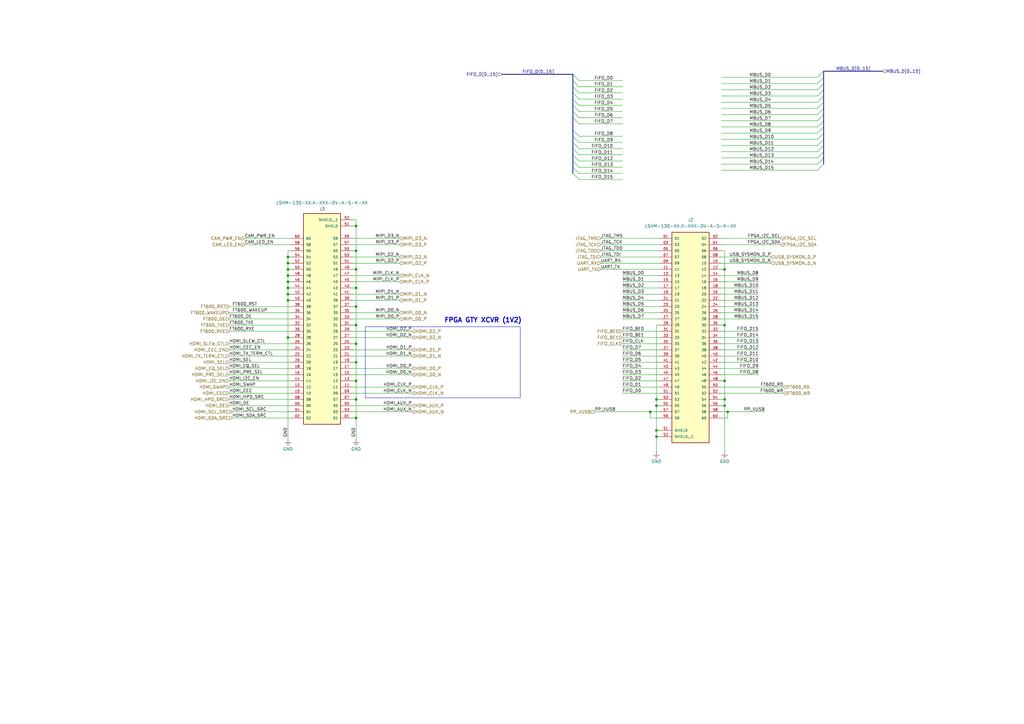
<source format=kicad_sch>
(kicad_sch (version 20231120) (generator "eeschema") (generator_version "8.0")
  (paper "A3")
  (title_block (title "Board to Board Connectors") (date "2024-07-14") (rev "1.0") (company "Drexel University") (comment 1 "Designed by John Hofmeyr"))
  (lib_symbols
    (symbol "IO_Module:LSHM-130-XX.X-XXX-DV-A-S-K-XX" (pin_names (offset 1.016))
      (property "Reference" "J" (at -7.62 43.942 0))
      (property "Value" "LSHM-130-XX.X-XXX-DV-A-S-K-XX" (at -7.62 -45.72 0))
      (symbol "LSHM-130-XX.X-XXX-DV-A-S-K-XX_0_0"
        (rectangle (start -7.62 -43.18) (end 7.62 43.18) (stroke (width 0.254)) (fill (type background)))
        (pin passive line (at -12.7 40.64 0) (length 5.08) (name "01") (number "01"))
        (pin passive line (at 12.7 40.64 180) (length 5.08) (name "02") (number "02"))
        (pin passive line (at -12.7 38.1 0) (length 5.08) (name "03") (number "03"))
        (pin passive line (at 12.7 38.1 180) (length 5.08) (name "04") (number "04"))
        (pin passive line (at -12.7 35.56 0) (length 5.08) (name "05") (number "05"))
        (pin passive line (at 12.7 35.56 180) (length 5.08) (name "06") (number "06"))
        (pin passive line (at -12.7 33.02 0) (length 5.08) (name "07") (number "07"))
        (pin passive line (at 12.7 33.02 180) (length 5.08) (name "08") (number "08"))
        (pin passive line (at -12.7 30.48 0) (length 5.08) (name "09") (number "09"))
        (pin passive line (at 12.7 30.48 180) (length 5.08) (name "10") (number "10"))
        (pin passive line (at -12.7 27.94 0) (length 5.08) (name "11") (number "11"))
        (pin passive line (at 12.7 27.94 180) (length 5.08) (name "12") (number "12"))
        (pin passive line (at -12.7 25.4 0) (length 5.08) (name "13") (number "13"))
        (pin passive line (at 12.7 25.4 180) (length 5.08) (name "14") (number "14"))
        (pin passive line (at -12.7 22.86 0) (length 5.08) (name "15") (number "15"))
        (pin passive line (at 12.7 22.86 180) (length 5.08) (name "16") (number "16"))
        (pin passive line (at -12.7 20.32 0) (length 5.08) (name "17") (number "17"))
        (pin passive line (at 12.7 20.32 180) (length 5.08) (name "18") (number "18"))
        (pin passive line (at -12.7 17.78 0) (length 5.08) (name "19") (number "19"))
        (pin passive line (at 12.7 17.78 180) (length 5.08) (name "20") (number "20"))
        (pin passive line (at -12.7 15.24 0) (length 5.08) (name "21") (number "21"))
        (pin passive line (at 12.7 15.24 180) (length 5.08) (name "22") (number "22"))
        (pin passive line (at -12.7 12.7 0) (length 5.08) (name "23") (number "23"))
        (pin passive line (at 12.7 12.7 180) (length 5.08) (name "24") (number "24"))
        (pin passive line (at -12.7 10.16 0) (length 5.08) (name "25") (number "25"))
        (pin passive line (at 12.7 10.16 180) (length 5.08) (name "26") (number "26"))
        (pin passive line (at -12.7 7.62 0) (length 5.08) (name "27") (number "27"))
        (pin passive line (at 12.7 7.62 180) (length 5.08) (name "28") (number "28"))
        (pin passive line (at -12.7 5.08 0) (length 5.08) (name "29") (number "29"))
        (pin passive line (at 12.7 5.08 180) (length 5.08) (name "30") (number "30"))
        (pin passive line (at -12.7 2.54 0) (length 5.08) (name "31") (number "31"))
        (pin passive line (at 12.7 2.54 180) (length 5.08) (name "32") (number "32"))
        (pin passive line (at -12.7 0 0) (length 5.08) (name "33") (number "33"))
        (pin passive line (at 12.7 0 180) (length 5.08) (name "34") (number "34"))
        (pin passive line (at -12.7 -2.54 0) (length 5.08) (name "35") (number "35"))
        (pin passive line (at 12.7 -2.54 180) (length 5.08) (name "36") (number "36"))
        (pin passive line (at -12.7 -5.08 0) (length 5.08) (name "37") (number "37"))
        (pin passive line (at 12.7 -5.08 180) (length 5.08) (name "38") (number "38"))
        (pin passive line (at -12.7 -7.62 0) (length 5.08) (name "39") (number "39"))
        (pin passive line (at 12.7 -7.62 180) (length 5.08) (name "40") (number "40"))
        (pin passive line (at -12.7 -10.16 0) (length 5.08) (name "41") (number "41"))
        (pin passive line (at 12.7 -10.16 180) (length 5.08) (name "42") (number "42"))
        (pin passive line (at -12.7 -12.7 0) (length 5.08) (name "43") (number "43"))
        (pin passive line (at 12.7 -12.7 180) (length 5.08) (name "44") (number "44"))
        (pin passive line (at -12.7 -15.24 0) (length 5.08) (name "45") (number "45"))
        (pin passive line (at 12.7 -15.24 180) (length 5.08) (name "46") (number "46"))
        (pin passive line (at -12.7 -17.78 0) (length 5.08) (name "47") (number "47"))
        (pin passive line (at 12.7 -17.78 180) (length 5.08) (name "48") (number "48"))
        (pin passive line (at -12.7 -20.32 0) (length 5.08) (name "49") (number "49"))
        (pin passive line (at 12.7 -20.32 180) (length 5.08) (name "50") (number "50"))
        (pin passive line (at -12.7 -22.86 0) (length 5.08) (name "51") (number "51"))
        (pin passive line (at 12.7 -22.86 180) (length 5.08) (name "52") (number "52"))
        (pin passive line (at -12.7 -25.4 0) (length 5.08) (name "53") (number "53"))
        (pin passive line (at 12.7 -25.4 180) (length 5.08) (name "54") (number "54"))
        (pin passive line (at -12.7 -27.94 0) (length 5.08) (name "55") (number "55"))
        (pin passive line (at 12.7 -27.94 180) (length 5.08) (name "56") (number "56"))
        (pin passive line (at -12.7 -30.48 0) (length 5.08) (name "57") (number "57"))
        (pin passive line (at 12.7 -30.48 180) (length 5.08) (name "58") (number "58"))
        (pin passive line (at -12.7 -33.02 0) (length 5.08) (name "59") (number "59"))
        (pin passive line (at 12.7 -33.02 180) (length 5.08) (name "60") (number "60"))
        (pin passive line (at -12.7 -38.1 0) (length 5.08) (name "SHIELD") (number "S1"))
        (pin passive line (at -12.7 -40.64 0) (length 5.08) (name "SHIELD__1") (number "S2"))
      )
    )
    (symbol "power:GND" (power) (pin_numbers hide) (pin_names (offset 0) hide)
      (property "Value" "GND" (at 0 -3.81 0))
      (symbol "GND_0_1"
        (polyline (pts (xy -0.635 -1.905) (xy 0.635 -1.905)))
        (polyline (pts (xy -0.127 -2.54) (xy 0.127 -2.54)))
        (polyline (pts (xy 0 -1.27) (xy 0 0)))
        (polyline (pts (xy 1.27 -1.27) (xy -1.27 -1.27)))
      )
      (symbol "GND_1_1"
        (pin power_in line (at 0 0 270) (length 0) (name "~") (number "1"))
      )
    )
  )
  (junction (at 118.11 123.19))
  (junction (at 118.11 105.41))
  (junction (at 118.11 120.65))
  (junction (at 269.24 179.07))
  (junction (at 118.11 113.03))
  (junction (at 146.05 163.83))
  (junction (at 297.18 110.49))
  (junction (at 118.11 107.95))
  (junction (at 146.05 125.73))
  (junction (at 146.05 140.97))
  (junction (at 297.18 133.35))
  (junction (at 118.11 115.57))
  (junction (at 146.05 156.21))
  (junction (at 146.05 118.11))
  (junction (at 146.05 102.87))
  (junction (at 146.05 110.49))
  (junction (at 298.45 168.91))
  (junction (at 146.05 92.71))
  (junction (at 118.11 110.49))
  (junction (at 146.05 171.45))
  (junction (at 297.18 166.37))
  (junction (at 118.11 118.11))
  (junction (at 269.24 163.83))
  (junction (at 118.11 138.43))
  (junction (at 146.05 148.59))
  (junction (at 269.24 176.53))
  (junction (at 266.7 168.91))
  (junction (at 297.18 163.83))
  (junction (at 146.05 133.35))
  (junction (at 297.18 156.21))
  (junction (at 269.24 166.37))
  (bus_entry (at 237.49 48.26) (size -2.54 -2.54))
  (bus_entry (at 237.49 68.58) (size -2.54 -2.54))
  (bus_entry (at 335.28 41.91) (size 2.54 -2.54))
  (bus_entry (at 237.49 60.96) (size -2.54 -2.54))
  (bus_entry (at 237.49 50.8) (size -2.54 -2.54))
  (bus_entry (at 335.28 44.45) (size 2.54 -2.54))
  (bus_entry (at 335.28 59.69) (size 2.54 -2.54))
  (bus_entry (at 237.49 45.72) (size -2.54 -2.54))
  (bus_entry (at 335.28 46.99) (size 2.54 -2.54))
  (bus_entry (at 335.28 39.37) (size 2.54 -2.54))
  (bus_entry (at 335.28 69.85) (size 2.54 -2.54))
  (bus_entry (at 335.28 52.07) (size 2.54 -2.54))
  (bus_entry (at 237.49 43.18) (size -2.54 -2.54))
  (bus_entry (at 237.49 71.12) (size -2.54 -2.54))
  (bus_entry (at 335.28 64.77) (size 2.54 -2.54))
  (bus_entry (at 237.49 73.66) (size -2.54 -2.54))
  (bus_entry (at 237.49 38.1) (size -2.54 -2.54))
  (bus_entry (at 237.49 40.64) (size -2.54 -2.54))
  (bus_entry (at 237.49 33.02) (size -2.54 -2.54))
  (bus_entry (at 237.49 66.04) (size -2.54 -2.54))
  (bus_entry (at 237.49 63.5) (size -2.54 -2.54))
  (bus_entry (at 335.28 62.23) (size 2.54 -2.54))
  (bus_entry (at 335.28 49.53) (size 2.54 -2.54))
  (bus_entry (at 335.28 54.61) (size 2.54 -2.54))
  (bus_entry (at 237.49 58.42) (size -2.54 -2.54))
  (bus_entry (at 335.28 67.31) (size 2.54 -2.54))
  (bus_entry (at 335.28 36.83) (size 2.54 -2.54))
  (bus_entry (at 237.49 55.88) (size -2.54 -2.54))
  (bus_entry (at 237.49 35.56) (size -2.54 -2.54))
  (bus_entry (at 335.28 57.15) (size 2.54 -2.54))
  (bus_entry (at 335.28 31.75) (size 2.54 -2.54))
  (bus_entry (at 335.28 34.29) (size 2.54 -2.54))
  (bus (pts (xy 234.95 33.02) (xy 234.95 30.48)))
  (wire (pts (xy 297.18 166.37) (xy 297.18 185.42)))
  (wire (pts (xy 255.27 48.26) (xy 237.49 48.26)))
  (wire (pts (xy 168.91 166.37) (xy 144.78 166.37)))
  (wire (pts (xy 295.91 171.45) (xy 298.45 171.45)))
  (bus (pts (xy 337.82 49.53) (xy 337.82 46.99)))
  (wire (pts (xy 118.11 115.57) (xy 119.38 115.57)))
  (wire (pts (xy 144.78 140.97) (xy 146.05 140.97)))
  (bus (pts (xy 337.82 39.37) (xy 337.82 36.83)))
  (wire (pts (xy 146.05 125.73) (xy 146.05 133.35)))
  (wire (pts (xy 266.7 168.91) (xy 270.51 168.91)))
  (wire (pts (xy 119.38 148.59) (xy 93.98 148.59)))
  (bus (pts (xy 234.95 55.88) (xy 234.95 53.34)))
  (wire (pts (xy 255.27 161.29) (xy 270.51 161.29)))
  (wire (pts (xy 297.18 163.83) (xy 297.18 166.37)))
  (wire (pts (xy 118.11 110.49) (xy 118.11 113.03)))
  (wire (pts (xy 119.38 135.89) (xy 93.98 135.89)))
  (wire (pts (xy 295.91 110.49) (xy 297.18 110.49)))
  (wire (pts (xy 295.91 107.95) (xy 316.23 107.95)))
  (wire (pts (xy 297.18 102.87) (xy 297.18 110.49)))
  (wire (pts (xy 146.05 163.83) (xy 146.05 156.21)))
  (wire (pts (xy 118.11 113.03) (xy 118.11 115.57)))
  (wire (pts (xy 168.91 153.67) (xy 144.78 153.67)))
  (wire (pts (xy 168.91 143.51) (xy 144.78 143.51)))
  (wire (pts (xy 118.11 138.43) (xy 119.38 138.43)))
  (wire (pts (xy 255.27 73.66) (xy 237.49 73.66)))
  (wire (pts (xy 255.27 71.12) (xy 237.49 71.12)))
  (wire (pts (xy 118.11 138.43) (xy 118.11 180.34)))
  (wire (pts (xy 144.78 130.81) (xy 163.83 130.81)))
  (wire (pts (xy 119.38 133.35) (xy 93.98 133.35)))
  (wire (pts (xy 255.27 68.58) (xy 237.49 68.58)))
  (wire (pts (xy 118.11 118.11) (xy 118.11 120.65)))
  (bus (pts (xy 337.82 44.45) (xy 337.82 41.91)))
  (wire (pts (xy 144.78 148.59) (xy 146.05 148.59)))
  (wire (pts (xy 146.05 110.49) (xy 146.05 102.87)))
  (wire (pts (xy 255.27 120.65) (xy 270.51 120.65)))
  (wire (pts (xy 146.05 140.97) (xy 146.05 133.35)))
  (bus (pts (xy 234.95 35.56) (xy 234.95 33.02)))
  (wire (pts (xy 295.91 36.83) (xy 335.28 36.83)))
  (wire (pts (xy 246.38 100.33) (xy 270.51 100.33)))
  (wire (pts (xy 311.15 113.03) (xy 295.91 113.03)))
  (wire (pts (xy 119.38 140.97) (xy 93.98 140.97)))
  (bus (pts (xy 337.82 31.75) (xy 337.82 29.21)))
  (wire (pts (xy 295.91 130.81) (xy 311.15 130.81)))
  (wire (pts (xy 146.05 92.71) (xy 146.05 90.17)))
  (wire (pts (xy 295.91 52.07) (xy 335.28 52.07)))
  (wire (pts (xy 119.38 128.27) (xy 93.98 128.27)))
  (wire (pts (xy 298.45 171.45) (xy 298.45 168.91)))
  (wire (pts (xy 295.91 67.31) (xy 335.28 67.31)))
  (wire (pts (xy 255.27 50.8) (xy 237.49 50.8)))
  (wire (pts (xy 295.91 69.85) (xy 335.28 69.85)))
  (wire (pts (xy 295.91 156.21) (xy 297.18 156.21)))
  (bus (pts (xy 337.82 54.61) (xy 337.82 52.07)))
  (wire (pts (xy 255.27 63.5) (xy 237.49 63.5)))
  (bus (pts (xy 234.95 58.42) (xy 234.95 55.88)))
  (wire (pts (xy 255.27 158.75) (xy 270.51 158.75)))
  (wire (pts (xy 144.78 120.65) (xy 163.83 120.65)))
  (bus (pts (xy 234.95 63.5) (xy 234.95 60.96)))
  (wire (pts (xy 118.11 123.19) (xy 119.38 123.19)))
  (wire (pts (xy 144.78 97.79) (xy 163.83 97.79)))
  (wire (pts (xy 246.38 110.49) (xy 270.51 110.49)))
  (wire (pts (xy 255.27 38.1) (xy 237.49 38.1)))
  (wire (pts (xy 295.91 64.77) (xy 335.28 64.77)))
  (wire (pts (xy 269.24 176.53) (xy 269.24 166.37)))
  (wire (pts (xy 144.78 110.49) (xy 146.05 110.49)))
  (wire (pts (xy 295.91 31.75) (xy 335.28 31.75)))
  (wire (pts (xy 269.24 179.07) (xy 270.51 179.07)))
  (wire (pts (xy 255.27 128.27) (xy 270.51 128.27)))
  (wire (pts (xy 295.91 161.29) (xy 321.31 161.29)))
  (wire (pts (xy 146.05 90.17) (xy 144.78 90.17)))
  (wire (pts (xy 295.91 168.91) (xy 298.45 168.91)))
  (wire (pts (xy 297.18 133.35) (xy 297.18 156.21)))
  (wire (pts (xy 118.11 110.49) (xy 119.38 110.49)))
  (wire (pts (xy 269.24 179.07) (xy 269.24 185.42)))
  (wire (pts (xy 144.78 128.27) (xy 163.83 128.27)))
  (wire (pts (xy 118.11 118.11) (xy 119.38 118.11)))
  (wire (pts (xy 255.27 58.42) (xy 237.49 58.42)))
  (wire (pts (xy 295.91 153.67) (xy 311.15 153.67)))
  (wire (pts (xy 119.38 130.81) (xy 93.98 130.81)))
  (wire (pts (xy 255.27 151.13) (xy 270.51 151.13)))
  (wire (pts (xy 119.38 100.33) (xy 100.33 100.33)))
  (wire (pts (xy 295.91 151.13) (xy 311.15 151.13)))
  (wire (pts (xy 119.38 158.75) (xy 93.98 158.75)))
  (wire (pts (xy 146.05 156.21) (xy 146.05 148.59)))
  (wire (pts (xy 270.51 135.89) (xy 255.27 135.89)))
  (wire (pts (xy 255.27 125.73) (xy 270.51 125.73)))
  (wire (pts (xy 269.24 166.37) (xy 270.51 166.37)))
  (bus (pts (xy 337.82 57.15) (xy 337.82 54.61)))
  (wire (pts (xy 255.27 123.19) (xy 270.51 123.19)))
  (wire (pts (xy 269.24 163.83) (xy 269.24 133.35)))
  (wire (pts (xy 311.15 125.73) (xy 295.91 125.73)))
  (wire (pts (xy 119.38 143.51) (xy 93.98 143.51)))
  (wire (pts (xy 255.27 33.02) (xy 237.49 33.02)))
  (bus (pts (xy 234.95 53.34) (xy 234.95 48.26)))
  (wire (pts (xy 255.27 113.03) (xy 270.51 113.03)))
  (bus (pts (xy 234.95 68.58) (xy 234.95 66.04)))
  (wire (pts (xy 118.11 105.41) (xy 119.38 105.41)))
  (wire (pts (xy 144.78 115.57) (xy 163.83 115.57)))
  (wire (pts (xy 295.91 49.53) (xy 335.28 49.53)))
  (wire (pts (xy 246.38 97.79) (xy 270.51 97.79)))
  (wire (pts (xy 255.27 118.11) (xy 270.51 118.11)))
  (wire (pts (xy 255.27 43.18) (xy 237.49 43.18)))
  (wire (pts (xy 168.91 158.75) (xy 144.78 158.75)))
  (wire (pts (xy 119.38 153.67) (xy 93.98 153.67)))
  (wire (pts (xy 255.27 35.56) (xy 237.49 35.56)))
  (wire (pts (xy 295.91 140.97) (xy 311.15 140.97)))
  (wire (pts (xy 118.11 120.65) (xy 118.11 123.19)))
  (wire (pts (xy 168.91 168.91) (xy 144.78 168.91)))
  (wire (pts (xy 295.91 158.75) (xy 321.31 158.75)))
  (wire (pts (xy 295.91 143.51) (xy 311.15 143.51)))
  (wire (pts (xy 311.15 123.19) (xy 295.91 123.19)))
  (wire (pts (xy 320.04 100.33) (xy 295.91 100.33)))
  (wire (pts (xy 144.78 105.41) (xy 163.83 105.41)))
  (wire (pts (xy 146.05 171.45) (xy 146.05 163.83)))
  (wire (pts (xy 311.15 118.11) (xy 295.91 118.11)))
  (wire (pts (xy 255.27 146.05) (xy 270.51 146.05)))
  (wire (pts (xy 168.91 135.89) (xy 144.78 135.89)))
  (wire (pts (xy 255.27 115.57) (xy 270.51 115.57)))
  (wire (pts (xy 144.78 163.83) (xy 146.05 163.83)))
  (wire (pts (xy 295.91 148.59) (xy 311.15 148.59)))
  (wire (pts (xy 168.91 161.29) (xy 144.78 161.29)))
  (wire (pts (xy 295.91 46.99) (xy 335.28 46.99)))
  (bus (pts (xy 337.82 62.23) (xy 337.82 59.69)))
  (wire (pts (xy 320.04 97.79) (xy 295.91 97.79)))
  (wire (pts (xy 255.27 148.59) (xy 270.51 148.59)))
  (wire (pts (xy 144.78 118.11) (xy 146.05 118.11)))
  (wire (pts (xy 119.38 161.29) (xy 93.98 161.29)))
  (bus (pts (xy 337.82 41.91) (xy 337.82 39.37)))
  (bus (pts (xy 337.82 34.29) (xy 337.82 31.75)))
  (wire (pts (xy 146.05 148.59) (xy 146.05 140.97)))
  (wire (pts (xy 295.91 59.69) (xy 335.28 59.69)))
  (wire (pts (xy 119.38 151.13) (xy 93.98 151.13)))
  (wire (pts (xy 146.05 180.34) (xy 146.05 171.45)))
  (wire (pts (xy 144.78 125.73) (xy 146.05 125.73)))
  (bus (pts (xy 337.82 67.31) (xy 337.82 64.77)))
  (wire (pts (xy 295.91 166.37) (xy 297.18 166.37)))
  (wire (pts (xy 255.27 130.81) (xy 270.51 130.81)))
  (wire (pts (xy 146.05 118.11) (xy 146.05 110.49)))
  (wire (pts (xy 269.24 133.35) (xy 270.51 133.35)))
  (wire (pts (xy 144.78 107.95) (xy 163.83 107.95)))
  (wire (pts (xy 146.05 118.11) (xy 146.05 125.73)))
  (bus (pts (xy 234.95 48.26) (xy 234.95 45.72)))
  (wire (pts (xy 266.7 171.45) (xy 270.51 171.45)))
  (wire (pts (xy 255.27 40.64) (xy 237.49 40.64)))
  (bus (pts (xy 337.82 59.69) (xy 337.82 57.15)))
  (wire (pts (xy 269.24 166.37) (xy 269.24 163.83)))
  (bus (pts (xy 337.82 46.99) (xy 337.82 44.45)))
  (wire (pts (xy 270.51 138.43) (xy 255.27 138.43)))
  (wire (pts (xy 269.24 179.07) (xy 269.24 176.53)))
  (wire (pts (xy 246.38 102.87) (xy 270.51 102.87)))
  (wire (pts (xy 95.25 171.45) (xy 119.38 171.45)))
  (bus (pts (xy 337.82 36.83) (xy 337.82 34.29)))
  (wire (pts (xy 144.78 123.19) (xy 163.83 123.19)))
  (bus (pts (xy 234.95 38.1) (xy 234.95 35.56)))
  (wire (pts (xy 119.38 156.21) (xy 93.98 156.21)))
  (wire (pts (xy 295.91 39.37) (xy 335.28 39.37)))
  (bus (pts (xy 234.95 43.18) (xy 234.95 40.64)))
  (wire (pts (xy 146.05 102.87) (xy 146.05 92.71)))
  (bus (pts (xy 337.82 52.07) (xy 337.82 49.53)))
  (wire (pts (xy 144.78 171.45) (xy 146.05 171.45)))
  (bus (pts (xy 234.95 45.72) (xy 234.95 43.18)))
  (wire (pts (xy 118.11 115.57) (xy 118.11 118.11)))
  (wire (pts (xy 119.38 125.73) (xy 93.98 125.73)))
  (wire (pts (xy 119.38 97.79) (xy 100.33 97.79)))
  (wire (pts (xy 243.84 168.91) (xy 266.7 168.91)))
  (wire (pts (xy 295.91 54.61) (xy 335.28 54.61)))
  (wire (pts (xy 119.38 146.05) (xy 93.98 146.05)))
  (bus (pts (xy 234.95 30.48) (xy 205.74 30.48)))
  (wire (pts (xy 297.18 110.49) (xy 297.18 133.35)))
  (wire (pts (xy 255.27 156.21) (xy 270.51 156.21)))
  (wire (pts (xy 118.11 105.41) (xy 118.11 107.95)))
  (wire (pts (xy 311.15 128.27) (xy 295.91 128.27)))
  (wire (pts (xy 119.38 166.37) (xy 93.98 166.37)))
  (wire (pts (xy 295.91 57.15) (xy 335.28 57.15)))
  (wire (pts (xy 118.11 107.95) (xy 118.11 110.49)))
  (wire (pts (xy 144.78 156.21) (xy 146.05 156.21)))
  (wire (pts (xy 246.38 107.95) (xy 270.51 107.95)))
  (bus (pts (xy 234.95 40.64) (xy 234.95 38.1)))
  (wire (pts (xy 246.38 105.41) (xy 270.51 105.41)))
  (bus (pts (xy 234.95 60.96) (xy 234.95 58.42)))
  (wire (pts (xy 295.91 135.89) (xy 311.15 135.89)))
  (wire (pts (xy 168.91 138.43) (xy 144.78 138.43)))
  (wire (pts (xy 295.91 34.29) (xy 335.28 34.29)))
  (wire (pts (xy 144.78 113.03) (xy 163.83 113.03)))
  (bus (pts (xy 234.95 71.12) (xy 234.95 68.58)))
  (wire (pts (xy 144.78 102.87) (xy 146.05 102.87)))
  (bus (pts (xy 337.82 64.77) (xy 337.82 62.23)))
  (wire (pts (xy 118.11 120.65) (xy 119.38 120.65)))
  (wire (pts (xy 295.91 44.45) (xy 335.28 44.45)))
  (wire (pts (xy 255.27 153.67) (xy 270.51 153.67)))
  (wire (pts (xy 266.7 171.45) (xy 266.7 168.91)))
  (wire (pts (xy 255.27 140.97) (xy 270.51 140.97)))
  (wire (pts (xy 297.18 156.21) (xy 297.18 163.83)))
  (wire (pts (xy 144.78 92.71) (xy 146.05 92.71)))
  (wire (pts (xy 311.15 120.65) (xy 295.91 120.65)))
  (wire (pts (xy 295.91 62.23) (xy 335.28 62.23)))
  (wire (pts (xy 295.91 163.83) (xy 297.18 163.83)))
  (wire (pts (xy 295.91 41.91) (xy 335.28 41.91)))
  (wire (pts (xy 144.78 100.33) (xy 163.83 100.33)))
  (wire (pts (xy 255.27 45.72) (xy 237.49 45.72)))
  (bus (pts (xy 234.95 66.04) (xy 234.95 63.5)))
  (wire (pts (xy 95.25 168.91) (xy 119.38 168.91)))
  (wire (pts (xy 269.24 163.83) (xy 270.51 163.83)))
  (wire (pts (xy 118.11 102.87) (xy 118.11 105.41)))
  (wire (pts (xy 269.24 176.53) (xy 270.51 176.53)))
  (wire (pts (xy 255.27 66.04) (xy 237.49 66.04)))
  (wire (pts (xy 168.91 146.05) (xy 144.78 146.05)))
  (wire (pts (xy 295.91 138.43) (xy 311.15 138.43)))
  (wire (pts (xy 295.91 105.41) (xy 316.23 105.41)))
  (bus (pts (xy 337.82 29.21) (xy 361.95 29.21)))
  (wire (pts (xy 295.91 102.87) (xy 297.18 102.87)))
  (wire (pts (xy 119.38 163.83) (xy 93.98 163.83)))
  (wire (pts (xy 168.91 151.13) (xy 144.78 151.13)))
  (wire (pts (xy 295.91 133.35) (xy 297.18 133.35)))
  (wire (pts (xy 298.45 168.91) (xy 313.69 168.91)))
  (wire (pts (xy 295.91 146.05) (xy 311.15 146.05)))
  (wire (pts (xy 118.11 107.95) (xy 119.38 107.95)))
  (wire (pts (xy 118.11 123.19) (xy 118.11 138.43)))
  (wire (pts (xy 118.11 102.87) (xy 119.38 102.87)))
  (wire (pts (xy 118.11 113.03) (xy 119.38 113.03)))
  (wire (pts (xy 255.27 55.88) (xy 237.49 55.88)))
  (wire (pts (xy 255.27 143.51) (xy 270.51 143.51)))
  (wire (pts (xy 255.27 60.96) (xy 237.49 60.96)))
  (wire (pts (xy 144.78 133.35) (xy 146.05 133.35)))
  (wire (pts (xy 311.15 115.57) (xy 295.91 115.57)))
  (rectangle (start 149.86 133.985) (end 213.36 163.195))
  (text "FPGA GTY XCVR (1V2)" (at 198.12 131.445 0) (effects (font (size 1.905 1.905) (bold yes))))
  (label "MBUS_D13" (at 307.34 64.77 0))
  (label "FIFO_D9" (at 311.15 151.13 180))
  (label "MIPI_CLK_P" (at 163.83 115.57 180))
  (label "FT600_RST" (at 95.25 125.73 0))
  (label "MBUS_D14" (at 311.15 128.27 180))
  (label "MBUS_D8" (at 307.34 52.07 0))
  (label "FIFO_D15" (at 311.15 135.89 180))
  (label "FIFO_D8" (at 311.15 153.67 180))
  (label "MBUS_D15" (at 307.34 69.85 0))
  (label "FT600_TXE" (at 93.98 133.35 0))
  (label "FIFO_D10" (at 251.46 60.96 180))
  (label "JTAG_TMS" (at 246.38 97.79 0))
  (label "GND" (at 146.05 175.26 270))
  (label "MBUS_D10" (at 311.15 118.11 180))
  (label "HDMI_SDA_SRC" (at 95.25 171.45 0))
  (label "FIFO_D9" (at 251.46 58.42 180))
  (label "PP_VUSB" (at 313.69 168.91 180))
  (label "FIFO_D0" (at 255.27 161.29 0))
  (label "FT600_WR" (at 321.31 161.29 180))
  (label "CAM_LED_EN" (at 100.33 100.33 0))
  (label "JTAG_TCK" (at 246.38 100.33 0))
  (label "FIFO_D3" (at 255.27 153.67 0))
  (label "HDMI_PRE_SEL" (at 93.98 153.67 0))
  (label "MBUS_D5" (at 307.34 44.45 0))
  (label "HDMI_OE" (at 93.98 166.37 0))
  (label "MBUS_D6" (at 255.27 128.27 0))
  (label "USB_SYSMON_D_P" (at 316.23 105.41 180))
  (label "PP_VUSB" (at 243.84 168.91 0))
  (label "HDMI_EQ_SEL" (at 93.98 151.13 0))
  (label "HDMI_D1_N" (at 168.91 146.05 180))
  (label "FIFO_D12" (at 251.46 66.04 180))
  (label "MBUS_D0" (at 307.34 31.75 0))
  (label "FIFO_D1" (at 255.27 158.75 0))
  (label "FT600_OE" (at 93.98 130.81 0))
  (label "MBUS_D9" (at 307.34 54.61 0))
  (label "FIFO_D12" (at 311.15 143.51 180))
  (label "HDMI_SLEW_CTL" (at 93.98 140.97 0))
  (label "FIFO_D10" (at 311.15 148.59 180))
  (label "FIFO_D14" (at 311.15 138.43 180))
  (label "FIFO_D2" (at 251.46 38.1 180))
  (label "USB_SYSMON_D_N" (at 316.23 107.95 180))
  (label "FIFO_D1" (at 251.46 35.56 180))
  (label "MBUS_D11" (at 307.34 59.69 0))
  (label "FIFO_D2" (at 255.27 156.21 0))
  (label "MIPI_D0_P" (at 163.83 130.81 180))
  (label "FT600_RXE" (at 93.98 135.89 0))
  (label "HDMI_SEL" (at 93.98 148.59 0))
  (label "FIFO_D13" (at 251.46 68.58 180))
  (label "MIPI_D0_N" (at 163.83 128.27 180))
  (label "FIFO_BE1" (at 255.27 138.43 0))
  (label "MBUS_D2" (at 307.34 36.83 0))
  (label "HDMI_SWAP" (at 93.98 158.75 0))
  (label "FIFO_D11" (at 311.15 146.05 180))
  (label "MBUS_D15" (at 311.15 130.81 180))
  (label "MBUS_D4" (at 307.34 41.91 0))
  (label "MIPI_D1_P" (at 163.83 123.19 180))
  (label "MIPI_D3_P" (at 163.83 100.33 180))
  (label "MBUS_D5" (at 255.27 125.73 0))
  (label "HDMI_CEC_EN" (at 93.98 143.51 0))
  (label "JTAG_TDO" (at 246.38 102.87 0))
  (label "MIPI_D3_N" (at 163.83 97.79 180))
  (label "MBUS_D2" (at 255.27 118.11 0))
  (label "HDMI_TX_TERM_CTL" (at 93.98 146.05 0))
  (label "HDMI_D1_P" (at 168.91 143.51 180))
  (label "MBUS_D8" (at 311.15 113.03 180))
  (label "FIFO_BE0" (at 255.27 135.89 0))
  (label "FIFO_D11" (at 251.46 63.5 180))
  (label "HDMI_D0_P" (at 168.91 151.13 180))
  (label "MBUS_D[0..15]" (at 342.9 29.21 0))
  (label "CAM_PWR_EN" (at 100.33 97.79 0))
  (label "HDMI_D2_N" (at 168.91 138.43 180))
  (label "FIFO_D7" (at 251.46 50.8 180))
  (label "FIFO_D8" (at 251.46 55.88 180))
  (label "FIFO_D4" (at 255.27 151.13 0))
  (label "HDMI_SCL_SRC" (at 95.25 168.91 0))
  (label "MBUS_D7" (at 255.27 130.81 0))
  (label "HDMI_CEC" (at 93.98 161.29 0))
  (label "GND" (at 118.11 175.26 270))
  (label "MBUS_D10" (at 307.34 57.15 0))
  (label "MIPI_D2_P" (at 163.83 107.95 180))
  (label "HDMI_AUX_P" (at 168.91 166.37 180))
  (label "FIFO_D5" (at 251.46 45.72 180))
  (label "FIFO_D[0..15]" (at 227.33 30.48 180))
  (label "HDMI_D0_N" (at 168.91 153.67 180))
  (label "MBUS_D6" (at 307.34 46.99 0))
  (label "MBUS_D12" (at 311.15 123.19 180))
  (label "MBUS_D9" (at 311.15 115.57 180))
  (label "FIFO_D5" (at 255.27 148.59 0))
  (label "MBUS_D1" (at 307.34 34.29 0))
  (label "HDMI_CLK_N" (at 168.91 161.29 180))
  (label "FIFO_D4" (at 251.46 43.18 180))
  (label "FIFO_D15" (at 251.46 73.66 180))
  (label "MIPI_D1_N" (at 163.83 120.65 180))
  (label "MBUS_D1" (at 255.27 115.57 0))
  (label "HDMI_HPD_SRC" (at 93.98 163.83 0))
  (label "MBUS_D7" (at 307.34 49.53 0))
  (label "FIFO_D0" (at 251.46 33.02 180))
  (label "MBUS_D14" (at 307.34 67.31 0))
  (label "FT600_RD" (at 321.31 158.75 180))
  (label "HDMI_D2_P" (at 168.91 135.89 180))
  (label "FIFO_D7" (at 255.27 143.51 0))
  (label "MBUS_D11" (at 311.15 120.65 180))
  (label "FPGA_I2C_SCL" (at 320.04 97.79 180))
  (label "FIFO_D6" (at 255.27 146.05 0))
  (label "MBUS_D3" (at 255.27 120.65 0))
  (label "FIFO_D13" (at 311.15 140.97 180))
  (label "FT600_WAKEUP" (at 95.25 128.27 0))
  (label "MBUS_D0" (at 255.27 113.03 0))
  (label "HDMI_I2C_EN" (at 93.98 156.21 0))
  (label "MIPI_CLK_N" (at 163.83 113.03 180))
  (label "MBUS_D12" (at 307.34 62.23 0))
  (label "MBUS_D3" (at 307.34 39.37 0))
  (label "HDMI_CLK_P" (at 168.91 158.75 180))
  (label "FPGA_I2C_SDA" (at 320.04 100.33 180))
  (label "FIFO_CLK" (at 255.27 140.97 0))
  (label "MBUS_D4" (at 255.27 123.19 0))
  (label "FIFO_D3" (at 251.46 40.64 180))
  (label "MIPI_D2_N" (at 163.83 105.41 180))
  (label "FIFO_D6" (at 251.46 48.26 180))
  (label "HDMI_AUX_N" (at 168.91 168.91 180))
  (label "JTAG_TDI" (at 246.38 105.41 0))
  (label "UART_RX" (at 246.38 107.95 0))
  (label "FIFO_D14" (at 251.46 71.12 180))
  (label "UART_TX" (at 246.38 110.49 0))
  (label "MBUS_D13" (at 311.15 125.73 180))
  (hierarchical_label "UART_TX" (shape input) (at 246.38 110.49 180))
  (hierarchical_label "HDMI_CLK_N" (shape input) (at 168.91 161.29 0))
  (hierarchical_label "FIFO_D[0..15]" (shape input) (at 205.74 30.48 180))
  (hierarchical_label "FT600_OE" (shape input) (at 93.98 130.81 180))
  (hierarchical_label "HDMI_D1_P" (shape input) (at 168.91 143.51 0))
  (hierarchical_label "MIPI_D3_P" (shape input) (at 163.83 100.33 0))
  (hierarchical_label "FT600_RD" (shape input) (at 321.31 158.75 0))
  (hierarchical_label "FIFO_BE1" (shape input) (at 255.27 138.43 180))
  (hierarchical_label "CAM_PWR_EN" (shape input) (at 100.33 97.79 180))
  (hierarchical_label "HDMI_PRE_SEL" (shape input) (at 93.98 153.67 180))
  (hierarchical_label "HDMI_TX_TERM_CTL" (shape input) (at 93.98 146.05 180))
  (hierarchical_label "HDMI_SLEW_CTL" (shape input) (at 93.98 140.97 180))
  (hierarchical_label "JTAG_TMS" (shape input) (at 246.38 97.79 180))
  (hierarchical_label "FT600_TXE" (shape input) (at 93.98 133.35 180))
  (hierarchical_label "HDMI_SWAP" (shape input) (at 93.98 158.75 180))
  (hierarchical_label "FT600_WAKEUP" (shape input) (at 93.98 128.27 180))
  (hierarchical_label "USB_SYSMON_D_P" (shape input) (at 316.23 105.41 0))
  (hierarchical_label "HDMI_AUX_N" (shape input) (at 168.91 168.91 0))
  (hierarchical_label "JTAG_TCK" (shape input) (at 246.38 100.33 180))
  (hierarchical_label "MIPI_D2_N" (shape input) (at 163.83 105.41 0))
  (hierarchical_label "FIFO_CLK" (shape input) (at 255.27 140.97 180))
  (hierarchical_label "PP_VUSB" (shape input) (at 243.84 168.91 180))
  (hierarchical_label "HDMI_CEC_EN" (shape input) (at 93.98 143.51 180))
  (hierarchical_label "MIPI_D2_P" (shape input) (at 163.83 107.95 0))
  (hierarchical_label "MIPI_D0_N" (shape input) (at 163.83 128.27 0))
  (hierarchical_label "HDMI_D0_P" (shape input) (at 168.91 151.13 0))
  (hierarchical_label "FT600_WR" (shape input) (at 321.31 161.29 0))
  (hierarchical_label "HDMI_D2_N" (shape input) (at 168.91 138.43 0))
  (hierarchical_label "HDMI_SEL" (shape input) (at 93.98 148.59 180))
  (hierarchical_label "HDMI_D1_N" (shape input) (at 168.91 146.05 0))
  (hierarchical_label "FPGA_I2C_SDA" (shape input) (at 320.04 100.33 0))
  (hierarchical_label "MIPI_D3_N" (shape input) (at 163.83 97.79 0))
  (hierarchical_label "JTAG_TDO" (shape input) (at 246.38 102.87 180))
  (hierarchical_label "HDMI_OE" (shape input) (at 93.98 166.37 180))
  (hierarchical_label "FT600_RST" (shape input) (at 93.98 125.73 180))
  (hierarchical_label "UART_RX" (shape input) (at 246.38 107.95 180))
  (hierarchical_label "HDMI_HPD_SRC" (shape input) (at 93.98 163.83 180))
  (hierarchical_label "HDMI_AUX_P" (shape input) (at 168.91 166.37 0))
  (hierarchical_label "JTAG_TDI" (shape input) (at 246.38 105.41 180))
  (hierarchical_label "MIPI_D1_P" (shape input) (at 163.83 123.19 0))
  (hierarchical_label "HDMI_EQ_SEL" (shape input) (at 93.98 151.13 180))
  (hierarchical_label "HDMI_SDA_SRC" (shape input) (at 95.25 171.45 180))
  (hierarchical_label "MBUS_D[0..15]" (shape input) (at 361.95 29.21 0))
  (hierarchical_label "HDMI_I2C_EN" (shape input) (at 93.98 156.21 180))
  (hierarchical_label "HDMI_SCL_SRC" (shape input) (at 95.25 168.91 180))
  (hierarchical_label "FIFO_BE0" (shape input) (at 255.27 135.89 180))
  (hierarchical_label "CAM_LED_EN" (shape input) (at 100.33 100.33 180))
  (hierarchical_label "HDMI_D2_P" (shape input) (at 168.91 135.89 0))
  (hierarchical_label "HDMI_CLK_P" (shape input) (at 168.91 158.75 0))
  (hierarchical_label "USB_SYSMON_D_N" (shape input) (at 316.23 107.95 0))
  (hierarchical_label "MIPI_CLK_P" (shape input) (at 163.83 115.57 0))
  (hierarchical_label "MIPI_D1_N" (shape input) (at 163.83 120.65 0))
  (hierarchical_label "HDMI_D0_N" (shape input) (at 168.91 153.67 0))
  (hierarchical_label "FPGA_I2C_SCL" (shape input) (at 320.04 97.79 0))
  (hierarchical_label "MIPI_D0_P" (shape input) (at 163.83 130.81 0))
  (hierarchical_label "HDMI_CEC" (shape input) (at 93.98 161.29 180))
  (hierarchical_label "FT600_RXE" (shape input) (at 93.98 135.89 180))
  (hierarchical_label "MIPI_CLK_N" (shape input) (at 163.83 113.03 0))
  (symbol (lib_id "power:GND") (at 297.18 185.42 0) (unit 1)
    (property "Reference" "#PWR0160" (effects (hide yes)))
    (property "Value" "GND" (at 297.18 189.23 0))
    (property "Description" "Power symbol creates a global label with name \"GND\" , ground" (effects (hide yes)))
  )
  (symbol (lib_id "IO_Module:LSHM-130-XX.X-XXX-DV-A-S-K-XX") (at 132.08 130.81 180) (unit 1)
    (property "Reference" "J3" (at 132.08 85.725 0))
    (property "Value" "LSHM-130-XX.X-XXX-DV-A-S-K-XX" (at 132.08 83.185 0))
    (property "Footprint" "IO_Module:SAMTEC_LSHM-130-XX.X-XXX-DV-A-S-K-XX" (effects (hide yes)))
    (property "Datasheet" "https://mm.digikey.com/Volume0/opasdata/d220001/medias/docus/6129/lshm-1xx-xx.x-xxx-dv-a-x-x-xx-mkt.pdf" (effects (hide yes)))
    (property "PARTREV" "G" (effects (hide yes)))
    (property "STANDARD" "Manufacturer Recommendations" (effects (hide yes)))
    (property "MANUFACTURER" "Samtec" (effects (hide yes)))
  )
  (symbol (lib_id "power:GND") (at 269.24 185.42 0) (unit 1)
    (property "Reference" "#PWR0161" (effects (hide yes)))
    (property "Value" "GND" (at 269.24 189.23 0))
    (property "Description" "Power symbol creates a global label with name \"GND\" , ground" (effects (hide yes)))
  )
  (symbol (lib_id "power:GND") (at 146.05 180.34 0) (unit 1)
    (property "Reference" "#PWR0162" (effects (hide yes)))
    (property "Value" "GND" (at 146.05 184.15 0))
    (property "Description" "Power symbol creates a global label with name \"GND\" , ground" (effects (hide yes)))
  )
  (symbol (lib_id "power:GND") (at 118.11 180.34 0) (unit 1)
    (property "Reference" "#PWR0274" (effects (hide yes)))
    (property "Value" "GND" (at 118.11 184.15 0))
    (property "Description" "Power symbol creates a global label with name \"GND\" , ground" (effects (hide yes)))
  )
  (symbol (lib_id "IO_Module:LSHM-130-XX.X-XXX-DV-A-S-K-XX") (at 283.21 138.43 0) (unit 1)
    (property "Reference" "J2" (at 283.21 90.17 0))
    (property "Value" "LSHM-130-XX.X-XXX-DV-A-S-K-XX" (at 283.21 92.71 0))
    (property "Footprint" "IO_Module:SAMTEC_LSHM-130-XX.X-XXX-DV-A-S-K-XX" (effects (hide yes)))
    (property "Datasheet" "https://mm.digikey.com/Volume0/opasdata/d220001/medias/docus/6129/lshm-1xx-xx.x-xxx-dv-a-x-x-xx-mkt.pdf" (effects (hide yes)))
    (property "PARTREV" "G" (effects (hide yes)))
    (property "STANDARD" "Manufacturer Recommendations" (effects (hide yes)))
    (property "MANUFACTURER" "Samtec" (effects (hide yes)))
  )
)
</source>
